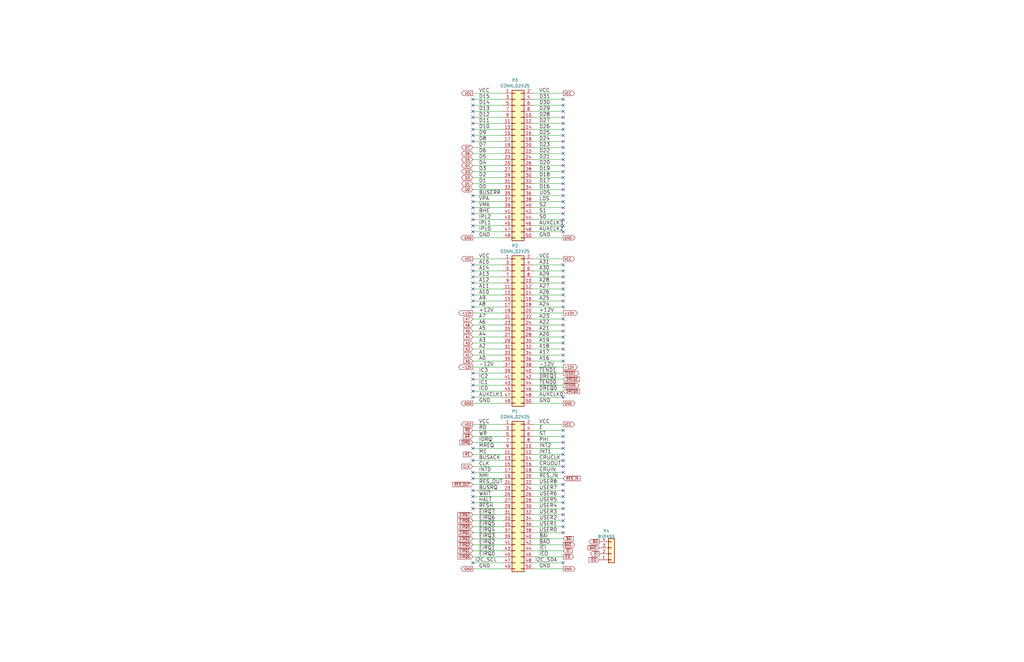
<source format=kicad_sch>
(kicad_sch (version 20211123) (generator eeschema)
  (paper "B")
  (lib_symbols
    (symbol "Connector_Generic:Conn_01x04" (pin_names (offset 1.016) hide)
      (property "Reference" "J" (at 0 5.08 0))
      (property "Value" "Conn_01x04" (at 0 -7.62 0))
      (symbol "Conn_01x04_1_1"
        (rectangle (start -1.27 -4.953) (end 0 -5.207) (stroke (width 0.1524)))
        (rectangle (start -1.27 -2.413) (end 0 -2.667) (stroke (width 0.1524)))
        (rectangle (start -1.27 0.127) (end 0 -0.127) (stroke (width 0.1524)))
        (rectangle (start -1.27 2.667) (end 0 2.413) (stroke (width 0.1524)))
        (rectangle (start -1.27 3.81) (end 1.27 -6.35) (stroke (width 0.254)) (fill (type background)))
        (pin passive line (at -5.08 2.54 0) (length 3.81) (name "Pin_1") (number "1"))
        (pin passive line (at -5.08 0 0) (length 3.81) (name "Pin_2") (number "2"))
        (pin passive line (at -5.08 -2.54 0) (length 3.81) (name "Pin_3") (number "3"))
        (pin passive line (at -5.08 -5.08 0) (length 3.81) (name "Pin_4") (number "4"))
      )
    )
    (symbol "Connector_Generic:Conn_02x25_Odd_Even" (pin_names (offset 1.016) hide)
      (property "Reference" "J" (at 1.27 33.02 0))
      (property "Value" "Conn_02x25_Odd_Even" (at 1.27 -33.02 0))
      (symbol "Conn_02x25_Odd_Even_1_1"
        (rectangle (start -1.27 -30.353) (end 0 -30.607) (stroke (width 0.1524)))
        (rectangle (start -1.27 -27.813) (end 0 -28.067) (stroke (width 0.1524)))
        (rectangle (start -1.27 -25.273) (end 0 -25.527) (stroke (width 0.1524)))
        (rectangle (start -1.27 -22.733) (end 0 -22.987) (stroke (width 0.1524)))
        (rectangle (start -1.27 -20.193) (end 0 -20.447) (stroke (width 0.1524)))
        (rectangle (start -1.27 -17.653) (end 0 -17.907) (stroke (width 0.1524)))
        (rectangle (start -1.27 -15.113) (end 0 -15.367) (stroke (width 0.1524)))
        (rectangle (start -1.27 -12.573) (end 0 -12.827) (stroke (width 0.1524)))
        (rectangle (start -1.27 -10.033) (end 0 -10.287) (stroke (width 0.1524)))
        (rectangle (start -1.27 -7.493) (end 0 -7.747) (stroke (width 0.1524)))
        (rectangle (start -1.27 -4.953) (end 0 -5.207) (stroke (width 0.1524)))
        (rectangle (start -1.27 -2.413) (end 0 -2.667) (stroke (width 0.1524)))
        (rectangle (start -1.27 0.127) (end 0 -0.127) (stroke (width 0.1524)))
        (rectangle (start -1.27 2.667) (end 0 2.413) (stroke (width 0.1524)))
        (rectangle (start -1.27 5.207) (end 0 4.953) (stroke (width 0.1524)))
        (rectangle (start -1.27 7.747) (end 0 7.493) (stroke (width 0.1524)))
        (rectangle (start -1.27 10.287) (end 0 10.033) (stroke (width 0.1524)))
        (rectangle (start -1.27 12.827) (end 0 12.573) (stroke (width 0.1524)))
        (rectangle (start -1.27 15.367) (end 0 15.113) (stroke (width 0.1524)))
        (rectangle (start -1.27 17.907) (end 0 17.653) (stroke (width 0.1524)))
        (rectangle (start -1.27 20.447) (end 0 20.193) (stroke (width 0.1524)))
        (rectangle (start -1.27 22.987) (end 0 22.733) (stroke (width 0.1524)))
        (rectangle (start -1.27 25.527) (end 0 25.273) (stroke (width 0.1524)))
        (rectangle (start -1.27 28.067) (end 0 27.813) (stroke (width 0.1524)))
        (rectangle (start -1.27 30.607) (end 0 30.353) (stroke (width 0.1524)))
        (rectangle (start -1.27 31.75) (end 3.81 -31.75) (stroke (width 0.254)) (fill (type background)))
        (rectangle (start 3.81 -30.353) (end 2.54 -30.607) (stroke (width 0.1524)))
        (rectangle (start 3.81 -27.813) (end 2.54 -28.067) (stroke (width 0.1524)))
        (rectangle (start 3.81 -25.273) (end 2.54 -25.527) (stroke (width 0.1524)))
        (rectangle (start 3.81 -22.733) (end 2.54 -22.987) (stroke (width 0.1524)))
        (rectangle (start 3.81 -20.193) (end 2.54 -20.447) (stroke (width 0.1524)))
        (rectangle (start 3.81 -17.653) (end 2.54 -17.907) (stroke (width 0.1524)))
        (rectangle (start 3.81 -15.113) (end 2.54 -15.367) (stroke (width 0.1524)))
        (rectangle (start 3.81 -12.573) (end 2.54 -12.827) (stroke (width 0.1524)))
        (rectangle (start 3.81 -10.033) (end 2.54 -10.287) (stroke (width 0.1524)))
        (rectangle (start 3.81 -7.493) (end 2.54 -7.747) (stroke (width 0.1524)))
        (rectangle (start 3.81 -4.953) (end 2.54 -5.207) (stroke (width 0.1524)))
        (rectangle (start 3.81 -2.413) (end 2.54 -2.667) (stroke (width 0.1524)))
        (rectangle (start 3.81 0.127) (end 2.54 -0.127) (stroke (width 0.1524)))
        (rectangle (start 3.81 2.667) (end 2.54 2.413) (stroke (width 0.1524)))
        (rectangle (start 3.81 5.207) (end 2.54 4.953) (stroke (width 0.1524)))
        (rectangle (start 3.81 7.747) (end 2.54 7.493) (stroke (width 0.1524)))
        (rectangle (start 3.81 10.287) (end 2.54 10.033) (stroke (width 0.1524)))
        (rectangle (start 3.81 12.827) (end 2.54 12.573) (stroke (width 0.1524)))
        (rectangle (start 3.81 15.367) (end 2.54 15.113) (stroke (width 0.1524)))
        (rectangle (start 3.81 17.907) (end 2.54 17.653) (stroke (width 0.1524)))
        (rectangle (start 3.81 20.447) (end 2.54 20.193) (stroke (width 0.1524)))
        (rectangle (start 3.81 22.987) (end 2.54 22.733) (stroke (width 0.1524)))
        (rectangle (start 3.81 25.527) (end 2.54 25.273) (stroke (width 0.1524)))
        (rectangle (start 3.81 28.067) (end 2.54 27.813) (stroke (width 0.1524)))
        (rectangle (start 3.81 30.607) (end 2.54 30.353) (stroke (width 0.1524)))
        (pin passive line (at -5.08 30.48 0) (length 3.81) (name "Pin_1") (number "1"))
        (pin passive line (at 7.62 20.32 180) (length 3.81) (name "Pin_10") (number "10"))
        (pin passive line (at -5.08 17.78 0) (length 3.81) (name "Pin_11") (number "11"))
        (pin passive line (at 7.62 17.78 180) (length 3.81) (name "Pin_12") (number "12"))
        (pin passive line (at -5.08 15.24 0) (length 3.81) (name "Pin_13") (number "13"))
        (pin passive line (at 7.62 15.24 180) (length 3.81) (name "Pin_14") (number "14"))
        (pin passive line (at -5.08 12.7 0) (length 3.81) (name "Pin_15") (number "15"))
        (pin passive line (at 7.62 12.7 180) (length 3.81) (name "Pin_16") (number "16"))
        (pin passive line (at -5.08 10.16 0) (length 3.81) (name "Pin_17") (number "17"))
        (pin passive line (at 7.62 10.16 180) (length 3.81) (name "Pin_18") (number "18"))
        (pin passive line (at -5.08 7.62 0) (length 3.81) (name "Pin_19") (number "19"))
        (pin passive line (at 7.62 30.48 180) (length 3.81) (name "Pin_2") (number "2"))
        (pin passive line (at 7.62 7.62 180) (length 3.81) (name "Pin_20") (number "20"))
        (pin passive line (at -5.08 5.08 0) (length 3.81) (name "Pin_21") (number "21"))
        (pin passive line (at 7.62 5.08 180) (length 3.81) (name "Pin_22") (number "22"))
        (pin passive line (at -5.08 2.54 0) (length 3.81) (name "Pin_23") (number "23"))
        (pin passive line (at 7.62 2.54 180) (length 3.81) (name "Pin_24") (number "24"))
        (pin passive line (at -5.08 0 0) (length 3.81) (name "Pin_25") (number "25"))
        (pin passive line (at 7.62 0 180) (length 3.81) (name "Pin_26") (number "26"))
        (pin passive line (at -5.08 -2.54 0) (length 3.81) (name "Pin_27") (number "27"))
        (pin passive line (at 7.62 -2.54 180) (length 3.81) (name "Pin_28") (number "28"))
        (pin passive line (at -5.08 -5.08 0) (length 3.81) (name "Pin_29") (number "29"))
        (pin passive line (at -5.08 27.94 0) (length 3.81) (name "Pin_3") (number "3"))
        (pin passive line (at 7.62 -5.08 180) (length 3.81) (name "Pin_30") (number "30"))
        (pin passive line (at -5.08 -7.62 0) (length 3.81) (name "Pin_31") (number "31"))
        (pin passive line (at 7.62 -7.62 180) (length 3.81) (name "Pin_32") (number "32"))
        (pin passive line (at -5.08 -10.16 0) (length 3.81) (name "Pin_33") (number "33"))
        (pin passive line (at 7.62 -10.16 180) (length 3.81) (name "Pin_34") (number "34"))
        (pin passive line (at -5.08 -12.7 0) (length 3.81) (name "Pin_35") (number "35"))
        (pin passive line (at 7.62 -12.7 180) (length 3.81) (name "Pin_36") (number "36"))
        (pin passive line (at -5.08 -15.24 0) (length 3.81) (name "Pin_37") (number "37"))
        (pin passive line (at 7.62 -15.24 180) (length 3.81) (name "Pin_38") (number "38"))
        (pin passive line (at -5.08 -17.78 0) (length 3.81) (name "Pin_39") (number "39"))
        (pin passive line (at 7.62 27.94 180) (length 3.81) (name "Pin_4") (number "4"))
        (pin passive line (at 7.62 -17.78 180) (length 3.81) (name "Pin_40") (number "40"))
        (pin passive line (at -5.08 -20.32 0) (length 3.81) (name "Pin_41") (number "41"))
        (pin passive line (at 7.62 -20.32 180) (length 3.81) (name "Pin_42") (number "42"))
        (pin passive line (at -5.08 -22.86 0) (length 3.81) (name "Pin_43") (number "43"))
        (pin passive line (at 7.62 -22.86 180) (length 3.81) (name "Pin_44") (number "44"))
        (pin passive line (at -5.08 -25.4 0) (length 3.81) (name "Pin_45") (number "45"))
        (pin passive line (at 7.62 -25.4 180) (length 3.81) (name "Pin_46") (number "46"))
        (pin passive line (at -5.08 -27.94 0) (length 3.81) (name "Pin_47") (number "47"))
        (pin passive line (at 7.62 -27.94 180) (length 3.81) (name "Pin_48") (number "48"))
        (pin passive line (at -5.08 -30.48 0) (length 3.81) (name "Pin_49") (number "49"))
        (pin passive line (at -5.08 25.4 0) (length 3.81) (name "Pin_5") (number "5"))
        (pin passive line (at 7.62 -30.48 180) (length 3.81) (name "Pin_50") (number "50"))
        (pin passive line (at 7.62 25.4 180) (length 3.81) (name "Pin_6") (number "6"))
        (pin passive line (at -5.08 22.86 0) (length 3.81) (name "Pin_7") (number "7"))
        (pin passive line (at 7.62 22.86 180) (length 3.81) (name "Pin_8") (number "8"))
        (pin passive line (at -5.08 20.32 0) (length 3.81) (name "Pin_9") (number "9"))
      )
    )
  )
  (no_connect (at 199.39 90.17))
  (no_connect (at 237.49 196.85))
  (no_connect (at 237.49 46.99))
  (no_connect (at 199.39 167.64))
  (no_connect (at 237.49 59.69))
  (no_connect (at 199.39 85.09))
  (no_connect (at 237.49 77.47))
  (no_connect (at 199.39 54.61))
  (no_connect (at 237.49 111.76))
  (no_connect (at 199.39 121.92))
  (no_connect (at 199.39 212.09))
  (no_connect (at 237.49 237.49))
  (no_connect (at 237.49 142.24))
  (no_connect (at 237.49 191.77))
  (no_connect (at 237.49 69.85))
  (no_connect (at 237.49 67.31))
  (no_connect (at 199.39 189.23))
  (no_connect (at 237.49 212.09))
  (no_connect (at 237.49 139.7))
  (no_connect (at 199.39 116.84))
  (no_connect (at 237.49 64.77))
  (no_connect (at 199.39 97.79))
  (no_connect (at 237.49 119.38))
  (no_connect (at 237.49 186.69))
  (no_connect (at 237.49 127))
  (no_connect (at 199.39 207.01))
  (no_connect (at 199.39 52.07))
  (no_connect (at 199.39 124.46))
  (no_connect (at 199.39 119.38))
  (no_connect (at 237.49 181.61))
  (no_connect (at 199.39 49.53))
  (no_connect (at 237.49 184.15))
  (no_connect (at 199.39 59.69))
  (no_connect (at 199.39 41.91))
  (no_connect (at 199.39 160.02))
  (no_connect (at 237.49 116.84))
  (no_connect (at 237.49 54.61))
  (no_connect (at 199.39 157.48))
  (no_connect (at 199.39 165.1))
  (no_connect (at 199.39 199.39))
  (no_connect (at 237.49 52.07))
  (no_connect (at 199.39 201.93))
  (no_connect (at 237.49 214.63))
  (no_connect (at 237.49 114.3))
  (no_connect (at 237.49 152.4))
  (no_connect (at 237.49 74.93))
  (no_connect (at 199.39 129.54))
  (no_connect (at 199.39 57.15))
  (no_connect (at 237.49 217.17))
  (no_connect (at 199.39 46.99))
  (no_connect (at 237.49 57.15))
  (no_connect (at 237.49 189.23))
  (no_connect (at 237.49 62.23))
  (no_connect (at 237.49 72.39))
  (no_connect (at 237.49 224.79))
  (no_connect (at 199.39 214.63))
  (no_connect (at 237.49 97.79))
  (no_connect (at 237.49 90.17))
  (no_connect (at 237.49 219.71))
  (no_connect (at 237.49 49.53))
  (no_connect (at 237.49 194.31))
  (no_connect (at 199.39 92.71))
  (no_connect (at 199.39 127))
  (no_connect (at 199.39 87.63))
  (no_connect (at 199.39 114.3))
  (no_connect (at 237.49 92.71))
  (no_connect (at 237.49 209.55))
  (no_connect (at 199.39 44.45))
  (no_connect (at 237.49 204.47))
  (no_connect (at 237.49 85.09))
  (no_connect (at 237.49 95.25))
  (no_connect (at 237.49 80.01))
  (no_connect (at 237.49 207.01))
  (no_connect (at 237.49 82.55))
  (no_connect (at 237.49 147.32))
  (no_connect (at 237.49 222.25))
  (no_connect (at 237.49 199.39))
  (no_connect (at 237.49 87.63))
  (no_connect (at 199.39 194.31))
  (no_connect (at 199.39 111.76))
  (no_connect (at 237.49 129.54))
  (no_connect (at 199.39 82.55))
  (no_connect (at 199.39 95.25))
  (no_connect (at 237.49 41.91))
  (no_connect (at 237.49 121.92))
  (no_connect (at 237.49 44.45))
  (no_connect (at 237.49 137.16))
  (no_connect (at 237.49 149.86))
  (no_connect (at 237.49 144.78))
  (no_connect (at 199.39 237.49))
  (no_connect (at 237.49 134.62))
  (no_connect (at 199.39 162.56))
  (no_connect (at 237.49 167.64))
  (no_connect (at 237.49 124.46))
  (no_connect (at 199.39 209.55))
  (wire (pts (xy 224.79 224.79) (xy 237.49 224.79)))
  (wire (pts (xy 199.39 224.79) (xy 212.09 224.79)))
  (wire (pts (xy 224.79 77.47) (xy 237.49 77.47)))
  (wire (pts (xy 199.39 54.61) (xy 212.09 54.61)))
  (wire (pts (xy 199.39 209.55) (xy 212.09 209.55)))
  (wire (pts (xy 224.79 207.01) (xy 237.49 207.01)))
  (wire (pts (xy 199.39 137.16) (xy 212.09 137.16)))
  (wire (pts (xy 199.39 49.53) (xy 212.09 49.53)))
  (wire (pts (xy 224.79 97.79) (xy 237.49 97.79)))
  (wire (pts (xy 237.49 194.31) (xy 224.79 194.31)))
  (wire (pts (xy 224.79 201.93) (xy 237.49 201.93)))
  (wire (pts (xy 224.79 209.55) (xy 237.49 209.55)))
  (wire (pts (xy 224.79 57.15) (xy 237.49 57.15)))
  (wire (pts (xy 199.39 240.03) (xy 212.09 240.03)))
  (wire (pts (xy 224.79 100.33) (xy 237.49 100.33)))
  (wire (pts (xy 199.39 67.31) (xy 212.09 67.31)))
  (wire (pts (xy 224.79 85.09) (xy 237.49 85.09)))
  (wire (pts (xy 224.79 142.24) (xy 237.49 142.24)))
  (wire (pts (xy 199.39 152.4) (xy 212.09 152.4)))
  (wire (pts (xy 212.09 160.02) (xy 199.39 160.02)))
  (wire (pts (xy 224.79 137.16) (xy 237.49 137.16)))
  (wire (pts (xy 212.09 85.09) (xy 199.39 85.09)))
  (wire (pts (xy 199.39 204.47) (xy 212.09 204.47)))
  (wire (pts (xy 224.79 80.01) (xy 237.49 80.01)))
  (wire (pts (xy 224.79 212.09) (xy 237.49 212.09)))
  (wire (pts (xy 199.39 74.93) (xy 212.09 74.93)))
  (wire (pts (xy 224.79 170.18) (xy 237.49 170.18)))
  (wire (pts (xy 199.39 149.86) (xy 212.09 149.86)))
  (wire (pts (xy 199.39 116.84) (xy 212.09 116.84)))
  (wire (pts (xy 199.39 227.33) (xy 212.09 227.33)))
  (wire (pts (xy 237.49 184.15) (xy 224.79 184.15)))
  (wire (pts (xy 199.39 134.62) (xy 212.09 134.62)))
  (wire (pts (xy 224.79 144.78) (xy 237.49 144.78)))
  (wire (pts (xy 224.79 124.46) (xy 237.49 124.46)))
  (wire (pts (xy 199.39 52.07) (xy 212.09 52.07)))
  (wire (pts (xy 199.39 199.39) (xy 212.09 199.39)))
  (wire (pts (xy 224.79 67.31) (xy 237.49 67.31)))
  (wire (pts (xy 237.49 95.25) (xy 224.79 95.25)))
  (wire (pts (xy 224.79 114.3) (xy 237.49 114.3)))
  (wire (pts (xy 199.39 41.91) (xy 212.09 41.91)))
  (wire (pts (xy 199.39 111.76) (xy 212.09 111.76)))
  (wire (pts (xy 199.39 44.45) (xy 212.09 44.45)))
  (wire (pts (xy 224.79 44.45) (xy 237.49 44.45)))
  (wire (pts (xy 199.39 59.69) (xy 212.09 59.69)))
  (wire (pts (xy 224.79 129.54) (xy 237.49 129.54)))
  (wire (pts (xy 224.79 147.32) (xy 237.49 147.32)))
  (wire (pts (xy 199.39 77.47) (xy 212.09 77.47)))
  (wire (pts (xy 199.39 191.77) (xy 212.09 191.77)))
  (wire (pts (xy 199.39 64.77) (xy 212.09 64.77)))
  (wire (pts (xy 199.39 62.23) (xy 212.09 62.23)))
  (wire (pts (xy 199.39 222.25) (xy 212.09 222.25)))
  (wire (pts (xy 224.79 204.47) (xy 237.49 204.47)))
  (wire (pts (xy 224.79 59.69) (xy 237.49 59.69)))
  (wire (pts (xy 224.79 87.63) (xy 237.49 87.63)))
  (wire (pts (xy 224.79 62.23) (xy 237.49 62.23)))
  (wire (pts (xy 224.79 219.71) (xy 237.49 219.71)))
  (wire (pts (xy 224.79 82.55) (xy 237.49 82.55)))
  (wire (pts (xy 212.09 90.17) (xy 199.39 90.17)))
  (wire (pts (xy 199.39 121.92) (xy 212.09 121.92)))
  (wire (pts (xy 224.79 69.85) (xy 237.49 69.85)))
  (wire (pts (xy 199.39 46.99) (xy 212.09 46.99)))
  (wire (pts (xy 224.79 196.85) (xy 237.49 196.85)))
  (wire (pts (xy 224.79 179.07) (xy 237.49 179.07)))
  (wire (pts (xy 224.79 157.48) (xy 237.49 157.48)))
  (wire (pts (xy 199.39 194.31) (xy 212.09 194.31)))
  (wire (pts (xy 224.79 222.25) (xy 237.49 222.25)))
  (wire (pts (xy 199.39 201.93) (xy 212.09 201.93)))
  (wire (pts (xy 199.39 179.07) (xy 212.09 179.07)))
  (wire (pts (xy 237.49 234.95) (xy 224.79 234.95)))
  (wire (pts (xy 224.79 154.94) (xy 237.49 154.94)))
  (wire (pts (xy 224.79 134.62) (xy 237.49 134.62)))
  (wire (pts (xy 224.79 92.71) (xy 237.49 92.71)))
  (wire (pts (xy 199.39 212.09) (xy 212.09 212.09)))
  (wire (pts (xy 199.39 119.38) (xy 212.09 119.38)))
  (wire (pts (xy 199.39 144.78) (xy 212.09 144.78)))
  (wire (pts (xy 237.49 191.77) (xy 224.79 191.77)))
  (wire (pts (xy 224.79 109.22) (xy 237.49 109.22)))
  (wire (pts (xy 224.79 121.92) (xy 237.49 121.92)))
  (wire (pts (xy 199.39 186.69) (xy 212.09 186.69)))
  (wire (pts (xy 237.49 181.61) (xy 224.79 181.61)))
  (wire (pts (xy 199.39 170.18) (xy 212.09 170.18)))
  (wire (pts (xy 199.39 219.71) (xy 212.09 219.71)))
  (wire (pts (xy 224.79 46.99) (xy 237.49 46.99)))
  (wire (pts (xy 199.39 196.85) (xy 212.09 196.85)))
  (wire (pts (xy 224.79 149.86) (xy 237.49 149.86)))
  (wire (pts (xy 199.39 234.95) (xy 212.09 234.95)))
  (wire (pts (xy 199.39 181.61) (xy 212.09 181.61)))
  (wire (pts (xy 237.49 189.23) (xy 224.79 189.23)))
  (wire (pts (xy 224.79 165.1) (xy 237.49 165.1)))
  (wire (pts (xy 199.39 129.54) (xy 212.09 129.54)))
  (wire (pts (xy 199.39 229.87) (xy 212.09 229.87)))
  (wire (pts (xy 224.79 240.03) (xy 237.49 240.03)))
  (wire (pts (xy 224.79 64.77) (xy 237.49 64.77)))
  (wire (pts (xy 199.39 127) (xy 212.09 127)))
  (wire (pts (xy 224.79 49.53) (xy 237.49 49.53)))
  (wire (pts (xy 224.79 72.39) (xy 237.49 72.39)))
  (wire (pts (xy 224.79 152.4) (xy 237.49 152.4)))
  (wire (pts (xy 199.39 57.15) (xy 212.09 57.15)))
  (wire (pts (xy 224.79 162.56) (xy 237.49 162.56)))
  (wire (pts (xy 224.79 74.93) (xy 237.49 74.93)))
  (wire (pts (xy 224.79 90.17) (xy 237.49 90.17)))
  (wire (pts (xy 212.09 82.55) (xy 199.39 82.55)))
  (wire (pts (xy 212.09 157.48) (xy 199.39 157.48)))
  (wire (pts (xy 224.79 139.7) (xy 237.49 139.7)))
  (wire (pts (xy 224.79 39.37) (xy 237.49 39.37)))
  (wire (pts (xy 212.09 87.63) (xy 199.39 87.63)))
  (wire (pts (xy 224.79 199.39) (xy 237.49 199.39)))
  (wire (pts (xy 224.79 111.76) (xy 237.49 111.76)))
  (wire (pts (xy 237.49 232.41) (xy 224.79 232.41)))
  (wire (pts (xy 224.79 52.07) (xy 237.49 52.07)))
  (wire (pts (xy 199.39 124.46) (xy 212.09 124.46)))
  (wire (pts (xy 237.49 237.49) (xy 224.79 237.49)))
  (wire (pts (xy 224.79 132.08) (xy 237.49 132.08)))
  (wire (pts (xy 224.79 217.17) (xy 237.49 217.17)))
  (wire (pts (xy 237.49 229.87) (xy 224.79 229.87)))
  (wire (pts (xy 199.39 167.64) (xy 212.09 167.64)))
  (wire (pts (xy 199.39 72.39) (xy 212.09 72.39)))
  (wire (pts (xy 199.39 142.24) (xy 212.09 142.24)))
  (wire (pts (xy 199.39 109.22) (xy 212.09 109.22)))
  (wire (pts (xy 199.39 132.08) (xy 212.09 132.08)))
  (wire (pts (xy 199.39 189.23) (xy 212.09 189.23)))
  (wire (pts (xy 224.79 116.84) (xy 237.49 116.84)))
  (wire (pts (xy 199.39 214.63) (xy 212.09 214.63)))
  (wire (pts (xy 199.39 217.17) (xy 212.09 217.17)))
  (wire (pts (xy 199.39 154.94) (xy 212.09 154.94)))
  (wire (pts (xy 199.39 39.37) (xy 212.09 39.37)))
  (wire (pts (xy 199.39 147.32) (xy 212.09 147.32)))
  (wire (pts (xy 224.79 167.64) (xy 237.49 167.64)))
  (wire (pts (xy 199.39 100.33) (xy 212.09 100.33)))
  (wire (pts (xy 237.49 227.33) (xy 224.79 227.33)))
  (wire (pts (xy 212.09 97.79) (xy 199.39 97.79)))
  (wire (pts (xy 224.79 41.91) (xy 237.49 41.91)))
  (wire (pts (xy 199.39 232.41) (xy 212.09 232.41)))
  (wire (pts (xy 212.09 165.1) (xy 199.39 165.1)))
  (wire (pts (xy 237.49 186.69) (xy 224.79 186.69)))
  (wire (pts (xy 199.39 114.3) (xy 212.09 114.3)))
  (wire (pts (xy 224.79 127) (xy 237.49 127)))
  (wire (pts (xy 199.39 80.01) (xy 212.09 80.01)))
  (wire (pts (xy 199.39 139.7) (xy 212.09 139.7)))
  (wire (pts (xy 199.39 69.85) (xy 212.09 69.85)))
  (wire (pts (xy 212.09 237.49) (xy 199.39 237.49)))
  (wire (pts (xy 224.79 160.02) (xy 237.49 160.02)))
  (wire (pts (xy 212.09 92.71) (xy 199.39 92.71)))
  (wire (pts (xy 224.79 214.63) (xy 237.49 214.63)))
  (wire (pts (xy 199.39 207.01) (xy 212.09 207.01)))
  (wire (pts (xy 212.09 95.25) (xy 199.39 95.25)))
  (wire (pts (xy 224.79 119.38) (xy 237.49 119.38)))
  (wire (pts (xy 212.09 162.56) (xy 199.39 162.56)))
  (wire (pts (xy 224.79 54.61) (xy 237.49 54.61)))
  (wire (pts (xy 199.39 184.15) (xy 212.09 184.15)))
  (label "A7" (at 201.93 134.62 0) (effects (font (size 1.524 1.524))))
  (label "VCC" (at 201.93 179.07 0) (effects (font (size 1.524 1.524))))
  (label "~{BHE}" (at 201.93 90.17 0) (effects (font (size 1.524 1.524))))
  (label "D4" (at 201.93 69.85 0) (effects (font (size 1.524 1.524))))
  (label "A5" (at 201.93 139.7 0) (effects (font (size 1.524 1.524))))
  (label "~{RES_OUT}" (at 201.93 204.47 0) (effects (font (size 1.524 1.524))))
  (label "IPL1" (at 201.93 95.25 0) (effects (font (size 1.524 1.524))))
  (label "UDS" (at 227.33 82.55 0) (effects (font (size 1.524 1.524))))
  (label "~{INT2}" (at 227.33 189.23 0) (effects (font (size 1.524 1.524))))
  (label "VCC" (at 227.33 179.07 0) (effects (font (size 1.524 1.524))))
  (label "IC2" (at 201.93 160.02 0) (effects (font (size 1.524 1.524))))
  (label "USER0" (at 227.33 224.79 0) (effects (font (size 1.524 1.524))))
  (label "VCC" (at 227.33 39.37 0) (effects (font (size 1.524 1.524))))
  (label "A9" (at 201.93 127 0) (effects (font (size 1.524 1.524))))
  (label "D9" (at 201.93 57.15 0) (effects (font (size 1.524 1.524))))
  (label "GND" (at 227.33 100.33 0) (effects (font (size 1.524 1.524))))
  (label "D23" (at 227.33 62.23 0) (effects (font (size 1.524 1.524))))
  (label "D15" (at 201.93 41.91 0) (effects (font (size 1.524 1.524))))
  (label "~{IEI}" (at 227.33 232.41 0) (effects (font (size 1.524 1.524))))
  (label "A6" (at 201.93 137.16 0) (effects (font (size 1.524 1.524))))
  (label "D0" (at 201.93 80.01 0) (effects (font (size 1.524 1.524))))
  (label "GND" (at 201.93 240.03 0) (effects (font (size 1.524 1.524))))
  (label "IPL0" (at 201.93 97.79 0) (effects (font (size 1.524 1.524))))
  (label "D16" (at 227.33 80.01 0) (effects (font (size 1.524 1.524))))
  (label "~{VPA}" (at 201.93 85.09 0) (effects (font (size 1.524 1.524))))
  (label "I2C_SCL" (at 209.55 237.49 180) (effects (font (size 1.524 1.524))))
  (label "~{NMI}" (at 201.93 201.93 0) (effects (font (size 1.524 1.524))))
  (label "~{MREQ}" (at 201.93 189.23 0) (effects (font (size 1.524 1.524))))
  (label "USER6" (at 227.33 209.55 0) (effects (font (size 1.524 1.524))))
  (label "A3" (at 201.93 144.78 0) (effects (font (size 1.524 1.524))))
  (label "A4" (at 201.93 142.24 0) (effects (font (size 1.524 1.524))))
  (label "A23" (at 227.33 134.62 0) (effects (font (size 1.524 1.524))))
  (label "D25" (at 227.33 57.15 0) (effects (font (size 1.524 1.524))))
  (label "D7" (at 201.93 62.23 0) (effects (font (size 1.524 1.524))))
  (label "VCC" (at 227.33 109.22 0) (effects (font (size 1.524 1.524))))
  (label "+12V" (at 227.33 132.08 0) (effects (font (size 1.524 1.524))))
  (label "~{BAO}" (at 227.33 229.87 0) (effects (font (size 1.524 1.524))))
  (label "A14" (at 201.93 114.3 0) (effects (font (size 1.524 1.524))))
  (label "GND" (at 227.33 170.18 0) (effects (font (size 1.524 1.524))))
  (label "D26" (at 227.33 54.61 0) (effects (font (size 1.524 1.524))))
  (label "D6" (at 201.93 64.77 0) (effects (font (size 1.524 1.524))))
  (label "~{INT0}" (at 201.93 199.39 0) (effects (font (size 1.524 1.524))))
  (label "S0" (at 227.33 92.71 0) (effects (font (size 1.524 1.524))))
  (label "A24" (at 227.33 129.54 0) (effects (font (size 1.524 1.524))))
  (label "A28" (at 227.33 119.38 0) (effects (font (size 1.524 1.524))))
  (label "A20" (at 227.33 142.24 0) (effects (font (size 1.524 1.524))))
  (label "~{RD}" (at 201.93 181.61 0) (effects (font (size 1.524 1.524))))
  (label "A21" (at 227.33 139.7 0) (effects (font (size 1.524 1.524))))
  (label "A29" (at 227.33 116.84 0) (effects (font (size 1.524 1.524))))
  (label "AUXCLK3" (at 227.33 95.25 0) (effects (font (size 1.524 1.524))))
  (label "~{DREQ1}" (at 227.33 160.02 0) (effects (font (size 1.524 1.524))))
  (label "D13" (at 201.93 46.99 0) (effects (font (size 1.524 1.524))))
  (label "~{EIRQ0}" (at 201.93 234.95 0) (effects (font (size 1.524 1.524))))
  (label "A1" (at 201.93 149.86 0) (effects (font (size 1.524 1.524))))
  (label "VCC" (at 201.93 109.22 0) (effects (font (size 1.524 1.524))))
  (label "A8" (at 201.93 129.54 0) (effects (font (size 1.524 1.524))))
  (label "A25" (at 227.33 127 0) (effects (font (size 1.524 1.524))))
  (label "A13" (at 201.93 116.84 0) (effects (font (size 1.524 1.524))))
  (label "+12V" (at 201.93 132.08 0) (effects (font (size 1.524 1.524))))
  (label "D18" (at 227.33 74.93 0) (effects (font (size 1.524 1.524))))
  (label "D24" (at 227.33 59.69 0) (effects (font (size 1.524 1.524))))
  (label "~{M1}" (at 201.93 191.77 0) (effects (font (size 1.524 1.524))))
  (label "~{RFSH}" (at 201.93 214.63 0) (effects (font (size 1.524 1.524))))
  (label "USER4" (at 227.33 214.63 0) (effects (font (size 1.524 1.524))))
  (label "PHI" (at 227.33 186.69 0) (effects (font (size 1.524 1.524))))
  (label "~{BUSERR}" (at 201.93 82.55 0) (effects (font (size 1.524 1.524))))
  (label "AUXCLK0" (at 227.33 167.64 0) (effects (font (size 1.524 1.524))))
  (label "~{IEO}" (at 227.33 234.95 0) (effects (font (size 1.524 1.524))))
  (label "~{HALT}" (at 201.93 212.09 0) (effects (font (size 1.524 1.524))))
  (label "I2C_SDA" (at 234.95 237.49 180) (effects (font (size 1.524 1.524))))
  (label "USER8" (at 227.33 204.47 0) (effects (font (size 1.524 1.524))))
  (label "~{EIRQ4}" (at 201.93 224.79 0) (effects (font (size 1.524 1.524))))
  (label "A16" (at 227.33 152.4 0) (effects (font (size 1.524 1.524))))
  (label "A2" (at 201.93 147.32 0) (effects (font (size 1.524 1.524))))
  (label "A31" (at 227.33 111.76 0) (effects (font (size 1.524 1.524))))
  (label "~{TEND1}" (at 227.33 157.48 0) (effects (font (size 1.524 1.524))))
  (label "AUXCLK1" (at 201.93 167.64 0) (effects (font (size 1.524 1.524))))
  (label "D3" (at 201.93 72.39 0) (effects (font (size 1.524 1.524))))
  (label "D19" (at 227.33 72.39 0) (effects (font (size 1.524 1.524))))
  (label "~{WR}" (at 201.93 184.15 0) (effects (font (size 1.524 1.524))))
  (label "A10" (at 201.93 124.46 0) (effects (font (size 1.524 1.524))))
  (label "E" (at 227.33 181.61 0) (effects (font (size 1.524 1.524))))
  (label "ST" (at 227.33 184.15 0) (effects (font (size 1.524 1.524))))
  (label "A18" (at 227.33 147.32 0) (effects (font (size 1.524 1.524))))
  (label "A15" (at 201.93 111.76 0) (effects (font (size 1.524 1.524))))
  (label "A0" (at 201.93 152.4 0) (effects (font (size 1.524 1.524))))
  (label "LDS" (at 227.33 85.09 0) (effects (font (size 1.524 1.524))))
  (label "D12" (at 201.93 49.53 0) (effects (font (size 1.524 1.524))))
  (label "IC1" (at 201.93 162.56 0) (effects (font (size 1.524 1.524))))
  (label "~{BUSACK}" (at 201.93 194.31 0) (effects (font (size 1.524 1.524))))
  (label "A19" (at 227.33 144.78 0) (effects (font (size 1.524 1.524))))
  (label "AUXCLK2" (at 227.33 97.79 0) (effects (font (size 1.524 1.524))))
  (label "GND" (at 227.33 240.03 0) (effects (font (size 1.524 1.524))))
  (label "D1" (at 201.93 77.47 0) (effects (font (size 1.524 1.524))))
  (label "S1" (at 227.33 90.17 0) (effects (font (size 1.524 1.524))))
  (label "~{WAIT}" (at 201.93 209.55 0) (effects (font (size 1.524 1.524))))
  (label "~{EIRQ2}" (at 201.93 229.87 0) (effects (font (size 1.524 1.524))))
  (label "CRUIN" (at 227.33 199.39 0) (effects (font (size 1.524 1.524))))
  (label "-12V" (at 201.93 154.94 0) (effects (font (size 1.524 1.524))))
  (label "D22" (at 227.33 64.77 0) (effects (font (size 1.524 1.524))))
  (label "~{IORQ}" (at 201.93 186.69 0) (effects (font (size 1.524 1.524))))
  (label "~{EIRQ5}" (at 201.93 222.25 0) (effects (font (size 1.524 1.524))))
  (label "CRUCLK" (at 227.33 194.31 0) (effects (font (size 1.524 1.524))))
  (label "D8" (at 201.93 59.69 0) (effects (font (size 1.524 1.524))))
  (label "D14" (at 201.93 44.45 0) (effects (font (size 1.524 1.524))))
  (label "D11" (at 201.93 52.07 0) (effects (font (size 1.524 1.524))))
  (label "A17" (at 227.33 149.86 0) (effects (font (size 1.524 1.524))))
  (label "A26" (at 227.33 124.46 0) (effects (font (size 1.524 1.524))))
  (label "A12" (at 201.93 119.38 0) (effects (font (size 1.524 1.524))))
  (label "~{INT1}" (at 227.33 191.77 0) (effects (font (size 1.524 1.524))))
  (label "~{EIRQ6}" (at 201.93 219.71 0) (effects (font (size 1.524 1.524))))
  (label "CLK" (at 201.93 196.85 0) (effects (font (size 1.524 1.524))))
  (label "S2" (at 227.33 87.63 0) (effects (font (size 1.524 1.524))))
  (label "D30" (at 227.33 44.45 0) (effects (font (size 1.524 1.524))))
  (label "A30" (at 227.33 114.3 0) (effects (font (size 1.524 1.524))))
  (label "~{RES_IN}" (at 227.33 201.93 0) (effects (font (size 1.524 1.524))))
  (label "D31" (at 227.33 41.91 0) (effects (font (size 1.524 1.524))))
  (label "D28" (at 227.33 49.53 0) (effects (font (size 1.524 1.524))))
  (label "D2" (at 201.93 74.93 0) (effects (font (size 1.524 1.524))))
  (label "D29" (at 227.33 46.99 0) (effects (font (size 1.524 1.524))))
  (label "USER5" (at 227.33 212.09 0) (effects (font (size 1.524 1.524))))
  (label "~{BUSRQ}" (at 201.93 207.01 0) (effects (font (size 1.524 1.524))))
  (label "GND" (at 201.93 170.18 0) (effects (font (size 1.524 1.524))))
  (label "~{EIRQ1}" (at 201.93 232.41 0) (effects (font (size 1.524 1.524))))
  (label "A27" (at 227.33 121.92 0) (effects (font (size 1.524 1.524))))
  (label "~{DREQ0}" (at 227.33 165.1 0) (effects (font (size 1.524 1.524))))
  (label "-12V" (at 227.33 154.94 0) (effects (font (size 1.524 1.524))))
  (label "IC3" (at 201.93 157.48 0) (effects (font (size 1.524 1.524))))
  (label "D27" (at 227.33 52.07 0) (effects (font (size 1.524 1.524))))
  (label "USER7" (at 227.33 207.01 0) (effects (font (size 1.524 1.524))))
  (label "D10" (at 201.93 54.61 0) (effects (font (size 1.524 1.524))))
  (label "D21" (at 227.33 67.31 0) (effects (font (size 1.524 1.524))))
  (label "~{VMA}" (at 201.93 87.63 0) (effects (font (size 1.524 1.524))))
  (label "D17" (at 227.33 77.47 0) (effects (font (size 1.524 1.524))))
  (label "A22" (at 227.33 137.16 0) (effects (font (size 1.524 1.524))))
  (label "~{BAI}" (at 227.33 227.33 0) (effects (font (size 1.524 1.524))))
  (label "USER2" (at 227.33 219.71 0) (effects (font (size 1.524 1.524))))
  (label "VCC" (at 201.93 39.37 0) (effects (font (size 1.524 1.524))))
  (label "CRUOUT" (at 227.33 196.85 0) (effects (font (size 1.524 1.524))))
  (label "GND" (at 201.93 100.33 0) (effects (font (size 1.524 1.524))))
  (label "D20" (at 227.33 69.85 0) (effects (font (size 1.524 1.524))))
  (label "~{TEND0}" (at 227.33 162.56 0) (effects (font (size 1.524 1.524))))
  (label "~{EIRQ3}" (at 201.93 227.33 0) (effects (font (size 1.524 1.524))))
  (label "~{EIRQ7}" (at 201.93 217.17 0) (effects (font (size 1.524 1.524))))
  (label "USER3" (at 227.33 217.17 0) (effects (font (size 1.524 1.524))))
  (label "IPL2" (at 201.93 92.71 0) (effects (font (size 1.524 1.524))))
  (label "A11" (at 201.93 121.92 0) (effects (font (size 1.524 1.524))))
  (label "D5" (at 201.93 67.31 0) (effects (font (size 1.524 1.524))))
  (label "IC0" (at 201.93 165.1 0) (effects (font (size 1.524 1.524))))
  (label "USER1" (at 227.33 222.25 0) (effects (font (size 1.524 1.524))))
  (global_label "~{EIRQ4}" (shape input) (at 199.39 224.79 180) (effects (font (size 1.016 1.016))) (property "Intersheet References" "${INTERSHEET_REFS}" (effects hide)))
  (global_label "GND" (shape output) (at 199.39 100.33 180) (effects (font (size 1.016 1.016))) (property "Intersheet References" "${INTERSHEET_REFS}" (effects hide)))
  (global_label "VCC" (shape output) (at 199.39 179.07 180) (effects (font (size 1.016 1.016))) (property "Intersheet References" "${INTERSHEET_REFS}" (effects hide)))
  (global_label "GND" (shape output) (at 237.49 100.33 0) (effects (font (size 1.016 1.016))) (property "Intersheet References" "${INTERSHEET_REFS}" (effects hide)))
  (global_label "~{BAI}" (shape input) (at 237.49 227.33 0) (effects (font (size 1.016 1.016))) (property "Intersheet References" "${INTERSHEET_REFS}" (effects hide)))
  (global_label "VCC" (shape output) (at 199.39 39.37 180) (effects (font (size 1.016 1.016))) (property "Intersheet References" "${INTERSHEET_REFS}" (effects hide)))
  (global_label "~{EIRQ6}" (shape input) (at 199.39 219.71 180) (effects (font (size 1.016 1.016))) (property "Intersheet References" "${INTERSHEET_REFS}" (effects hide)))
  (global_label "~{EIRQ1}" (shape input) (at 199.39 232.41 180) (effects (font (size 1.016 1.016))) (property "Intersheet References" "${INTERSHEET_REFS}" (effects hide)))
  (global_label "A0" (shape input) (at 199.39 152.4 180) (effects (font (size 1.016 1.016))) (property "Intersheet References" "${INTERSHEET_REFS}" (effects hide)))
  (global_label "+12V" (shape output) (at 199.39 132.08 180) (effects (font (size 1.016 1.016))) (property "Intersheet References" "${INTERSHEET_REFS}" (effects hide)))
  (global_label "D7" (shape bidirectional) (at 199.39 62.23 180) (effects (font (size 1.016 1.016))) (property "Intersheet References" "${INTERSHEET_REFS}" (effects hide)))
  (global_label "A4" (shape input) (at 199.39 142.24 180) (effects (font (size 1.016 1.016))) (property "Intersheet References" "${INTERSHEET_REFS}" (effects hide)))
  (global_label "A5" (shape input) (at 199.39 139.7 180) (effects (font (size 1.016 1.016))) (property "Intersheet References" "${INTERSHEET_REFS}" (effects hide)))
  (global_label "~{BAO}" (shape input) (at 252.73 231.14 180) (effects (font (size 1.016 1.016))) (property "Intersheet References" "${INTERSHEET_REFS}" (effects hide)))
  (global_label "~{WR}" (shape input) (at 199.39 184.15 180) (effects (font (size 1.016 1.016))) (property "Intersheet References" "${INTERSHEET_REFS}" (effects hide)))
  (global_label "~{IEI}" (shape output) (at 252.73 233.68 180) (effects (font (size 1.016 1.016))) (property "Intersheet References" "${INTERSHEET_REFS}" (effects hide)))
  (global_label "+12V" (shape output) (at 237.49 132.08 0) (effects (font (size 1.016 1.016))) (property "Intersheet References" "${INTERSHEET_REFS}" (effects hide)))
  (global_label "GND" (shape output) (at 199.39 170.18 180) (effects (font (size 1.016 1.016))) (property "Intersheet References" "${INTERSHEET_REFS}" (effects hide)))
  (global_label "A3" (shape input) (at 199.39 144.78 180) (effects (font (size 1.016 1.016))) (property "Intersheet References" "${INTERSHEET_REFS}" (effects hide)))
  (global_label "~{RD}" (shape input) (at 199.39 181.61 180) (effects (font (size 1.016 1.016))) (property "Intersheet References" "${INTERSHEET_REFS}" (effects hide)))
  (global_label "~{RES_IN}" (shape input) (at 237.49 201.93 0) (effects (font (size 1.016 1.016))) (property "Intersheet References" "${INTERSHEET_REFS}" (effects hide)))
  (global_label "-12V" (shape output) (at 237.49 154.94 0) (effects (font (size 1.016 1.016))) (property "Intersheet References" "${INTERSHEET_REFS}" (effects hide)))
  (global_label "~{IEO}" (shape output) (at 237.49 234.95 0) (effects (font (size 1.016 1.016))) (property "Intersheet References" "${INTERSHEET_REFS}" (effects hide)))
  (global_label "A2" (shape input) (at 199.39 147.32 180) (effects (font (size 1.016 1.016))) (property "Intersheet References" "${INTERSHEET_REFS}" (effects hide)))
  (global_label "~{RES_OUT}" (shape input) (at 199.39 204.47 180) (effects (font (size 1.016 1.016))) (property "Intersheet References" "${INTERSHEET_REFS}" (effects hide)))
  (global_label "VCC" (shape output) (at 199.39 109.22 180) (effects (font (size 1.016 1.016))) (property "Intersheet References" "${INTERSHEET_REFS}" (effects hide)))
  (global_label "D2" (shape bidirectional) (at 199.39 74.93 180) (effects (font (size 1.016 1.016))) (property "Intersheet References" "${INTERSHEET_REFS}" (effects hide)))
  (global_label "A1" (shape input) (at 199.39 149.86 180) (effects (font (size 1.016 1.016))) (property "Intersheet References" "${INTERSHEET_REFS}" (effects hide)))
  (global_label "~{IORQ}" (shape input) (at 199.39 186.69 180) (effects (font (size 1.016 1.016))) (property "Intersheet References" "${INTERSHEET_REFS}" (effects hide)))
  (global_label "GND" (shape output) (at 237.49 170.18 0) (effects (font (size 1.016 1.016))) (property "Intersheet References" "${INTERSHEET_REFS}" (effects hide)))
  (global_label "~{M1}" (shape input) (at 199.39 191.77 180) (effects (font (size 1.016 1.016))) (property "Intersheet References" "${INTERSHEET_REFS}" (effects hide)))
  (global_label "~{TEND1}" (shape output) (at 237.49 157.48 0) (effects (font (size 1.016 1.016))) (property "Intersheet References" "${INTERSHEET_REFS}" (effects hide)))
  (global_label "D0" (shape bidirectional) (at 199.39 80.01 180) (effects (font (size 1.016 1.016))) (property "Intersheet References" "${INTERSHEET_REFS}" (effects hide)))
  (global_label "D1" (shape bidirectional) (at 199.39 77.47 180) (effects (font (size 1.016 1.016))) (property "Intersheet References" "${INTERSHEET_REFS}" (effects hide)))
  (global_label "VCC" (shape output) (at 237.49 109.22 0) (effects (font (size 1.016 1.016))) (property "Intersheet References" "${INTERSHEET_REFS}" (effects hide)))
  (global_label "D4" (shape bidirectional) (at 199.39 69.85 180) (effects (font (size 1.016 1.016))) (property "Intersheet References" "${INTERSHEET_REFS}" (effects hide)))
  (global_label "D3" (shape bidirectional) (at 199.39 72.39 180) (effects (font (size 1.016 1.016))) (property "Intersheet References" "${INTERSHEET_REFS}" (effects hide)))
  (global_label "-12V" (shape output) (at 199.39 154.94 180) (effects (font (size 1.016 1.016))) (property "Intersheet References" "${INTERSHEET_REFS}" (effects hide)))
  (global_label "VCC" (shape output) (at 237.49 179.07 0) (effects (font (size 1.016 1.016))) (property "Intersheet References" "${INTERSHEET_REFS}" (effects hide)))
  (global_label "~{EIRQ3}" (shape input) (at 199.39 227.33 180) (effects (font (size 1.016 1.016))) (property "Intersheet References" "${INTERSHEET_REFS}" (effects hide)))
  (global_label "~{EIRQ0}" (shape input) (at 199.39 234.95 180) (effects (font (size 1.016 1.016))) (property "Intersheet References" "${INTERSHEET_REFS}" (effects hide)))
  (global_label "~{DREQ1}" (shape input) (at 237.49 160.02 0) (effects (font (size 1.016 1.016))) (property "Intersheet References" "${INTERSHEET_REFS}" (effects hide)))
  (global_label "~{IEO}" (shape input) (at 252.73 236.22 180) (effects (font (size 1.016 1.016))) (property "Intersheet References" "${INTERSHEET_REFS}" (effects hide)))
  (global_label "~{DREQ0}" (shape input) (at 237.49 165.1 0) (effects (font (size 1.016 1.016))) (property "Intersheet References" "${INTERSHEET_REFS}" (effects hide)))
  (global_label "VCC" (shape output) (at 237.49 39.37 0) (effects (font (size 1.016 1.016))) (property "Intersheet References" "${INTERSHEET_REFS}" (effects hide)))
  (global_label "~{EIRQ5}" (shape input) (at 199.39 222.25 180) (effects (font (size 1.016 1.016))) (property "Intersheet References" "${INTERSHEET_REFS}" (effects hide)))
  (global_label "~{BAO}" (shape output) (at 237.49 229.87 0) (effects (font (size 1.016 1.016))) (property "Intersheet References" "${INTERSHEET_REFS}" (effects hide)))
  (global_label "D5" (shape bidirectional) (at 199.39 67.31 180) (effects (font (size 1.016 1.016))) (property "Intersheet References" "${INTERSHEET_REFS}" (effects hide)))
  (global_label "GND" (shape output) (at 199.39 240.03 180) (effects (font (size 1.016 1.016))) (property "Intersheet References" "${INTERSHEET_REFS}" (effects hide)))
  (global_label "~{EIRQ7}" (shape input) (at 199.39 217.17 180) (effects (font (size 1.016 1.016))) (property "Intersheet References" "${INTERSHEET_REFS}" (effects hide)))
  (global_label "~{TEND0}" (shape output) (at 237.49 162.56 0) (effects (font (size 1.016 1.016))) (property "Intersheet References" "${INTERSHEET_REFS}" (effects hide)))
  (global_label "A6" (shape input) (at 199.39 137.16 180) (effects (font (size 1.016 1.016))) (property "Intersheet References" "${INTERSHEET_REFS}" (effects hide)))
  (global_label "~{BAI}" (shape output) (at 252.73 228.6 180) (effects (font (size 1.016 1.016))) (property "Intersheet References" "${INTERSHEET_REFS}" (effects hide)))
  (global_label "~{IEI}" (shape input) (at 237.49 232.41 0) (effects (font (size 1.016 1.016))) (property "Intersheet References" "${INTERSHEET_REFS}" (effects hide)))
  (global_label "D6" (shape bidirectional) (at 199.39 64.77 180) (effects (font (size 1.016 1.016))) (property "Intersheet References" "${INTERSHEET_REFS}" (effects hide)))
  (global_label "GND" (shape output) (at 237.49 240.03 0) (effects (font (size 1.016 1.016))) (property "Intersheet References" "${INTERSHEET_REFS}" (effects hide)))
  (global_label "~{EIRQ2}" (shape input) (at 199.39 229.87 180) (effects (font (size 1.016 1.016))) (property "Intersheet References" "${INTERSHEET_REFS}" (effects hide)))
  (global_label "A7" (shape input) (at 199.39 134.62 180) (effects (font (size 1.016 1.016))) (property "Intersheet References" "${INTERSHEET_REFS}" (effects hide)))
  (global_label "CLK" (shape input) (at 199.39 196.85 180) (effects (font (size 1.016 1.016))) (property "Intersheet References" "${INTERSHEET_REFS}" (effects hide)))
  (symbol (lib_id "Connector_Generic:Conn_01x04") (at 257.81 233.68 0) (mirror x) (unit 1)
    (property "Reference" "P4" (at 255.7018 224.155 0))
    (property "Value" "BYPASS" (at 255.7018 226.4664 0))
    (property "Footprint" "Connector_PinHeader_2.54mm:PinHeader_1x04_P2.54mm_Vertical" (effects hide))
  )
  (symbol (lib_id "Connector_Generic:Conn_02x25_Odd_Even") (at 217.17 209.55 0) (unit 1)
    (property "Reference" "P1" (at 217.17 173.609 0))
    (property "Value" "CONN_02X25" (at 217.17 175.9204 0))
    (property "Footprint" "Connector_IDC:IDC-Header_2x25_P2.54mm_Horizontal" (effects hide))
  )
  (symbol (lib_id "Connector_Generic:Conn_02x25_Odd_Even") (at 217.17 139.7 0) (unit 1)
    (property "Reference" "P2" (at 217.17 103.759 0))
    (property "Value" "CONN_02X25" (at 217.17 106.0704 0))
    (property "Footprint" "Connector_IDC:IDC-Header_2x25_P2.54mm_Horizontal" (effects hide))
  )
  (symbol (lib_id "Connector_Generic:Conn_02x25_Odd_Even") (at 217.17 69.85 0) (unit 1)
    (property "Reference" "P3" (at 217.17 33.909 0))
    (property "Value" "CONN_02X25" (at 217.17 36.2204 0))
    (property "Footprint" "Connector_IDC:IDC-Header_2x25_P2.54mm_Horizontal" (effects hide))
  )
)
</source>
